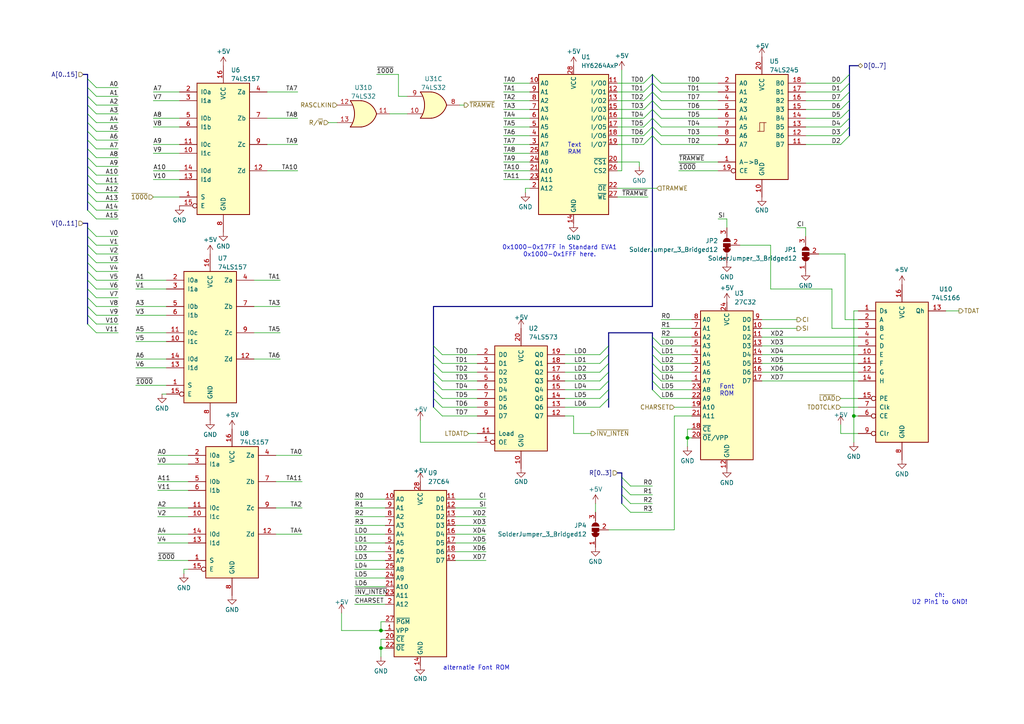
<source format=kicad_sch>
(kicad_sch (version 20231120) (generator "eeschema") (generator_version "8.0")
  (paper "A4")
  (title_block (title "EVA1 (Epson Video Adapter) - Text RAM") (date "2025-01-09") (rev "v0.1") (company "100% Offner") (comment 1 "v0.1: Initial Release"))
  (junction (at 110.49 182.88))
  (junction (at 110.49 187.96))
  (junction (at 199.39 127))
  (junction (at 247.65 120.65))
  (bus_entry (at 25.4 76.2) (size 2.54 2.54))
  (bus_entry (at 25.4 25.4) (size 2.54 2.54))
  (bus_entry (at 176.53 110.49) (size -2.54 2.54))
  (bus_entry (at 176.53 113.03) (size -2.54 2.54))
  (bus_entry (at 25.4 27.94) (size 2.54 2.54))
  (bus_entry (at 176.53 100.33) (size -2.54 2.54))
  (bus_entry (at 189.23 34.29) (size -2.54 2.54))
  (bus_entry (at 125.73 115.57) (size 2.54 2.54))
  (bus_entry (at 125.73 110.49) (size 2.54 2.54))
  (bus_entry (at 25.4 40.64) (size 2.54 2.54))
  (bus_entry (at 189.23 39.37) (size -2.54 2.54))
  (bus_entry (at 180.34 138.43) (size 2.54 2.54))
  (bus_entry (at 176.53 102.87) (size -2.54 2.54))
  (bus_entry (at 25.4 88.9) (size 2.54 2.54))
  (bus_entry (at 25.4 71.12) (size 2.54 2.54))
  (bus_entry (at 25.4 73.66) (size 2.54 2.54))
  (bus_entry (at 189.23 31.75) (size -2.54 2.54))
  (bus_entry (at 180.34 143.51) (size 2.54 2.54))
  (bus_entry (at 189.23 100.33) (size 2.54 2.54))
  (bus_entry (at 189.23 24.13) (size -2.54 2.54))
  (bus_entry (at 25.4 58.42) (size 2.54 2.54))
  (bus_entry (at 189.23 21.59) (size 2.54 2.54))
  (bus_entry (at 25.4 38.1) (size 2.54 2.54))
  (bus_entry (at 189.23 107.95) (size 2.54 2.54))
  (bus_entry (at 189.23 39.37) (size 2.54 2.54))
  (bus_entry (at 189.23 21.59) (size -2.54 2.54))
  (bus_entry (at 25.4 86.36) (size 2.54 2.54))
  (bus_entry (at 25.4 33.02) (size 2.54 2.54))
  (bus_entry (at 189.23 105.41) (size 2.54 2.54))
  (bus_entry (at 125.73 105.41) (size 2.54 2.54))
  (bus_entry (at 125.73 118.11) (size 2.54 2.54))
  (bus_entry (at 189.23 31.75) (size 2.54 2.54))
  (bus_entry (at 246.38 26.67) (size -2.54 2.54))
  (bus_entry (at 25.4 81.28) (size 2.54 2.54))
  (bus_entry (at 25.4 68.58) (size 2.54 2.54))
  (bus_entry (at 246.38 39.37) (size -2.54 2.54))
  (bus_entry (at 189.23 110.49) (size 2.54 2.54))
  (bus_entry (at 25.4 43.18) (size 2.54 2.54))
  (bus_entry (at 189.23 34.29) (size 2.54 2.54))
  (bus_entry (at 189.23 26.67) (size -2.54 2.54))
  (bus_entry (at 25.4 35.56) (size 2.54 2.54))
  (bus_entry (at 176.53 107.95) (size -2.54 2.54))
  (bus_entry (at 25.4 93.98) (size 2.54 2.54))
  (bus_entry (at 189.23 29.21) (size 2.54 2.54))
  (bus_entry (at 189.23 36.83) (size -2.54 2.54))
  (bus_entry (at 25.4 55.88) (size 2.54 2.54))
  (bus_entry (at 25.4 60.96) (size 2.54 2.54))
  (bus_entry (at 246.38 29.21) (size -2.54 2.54))
  (bus_entry (at 180.34 146.05) (size 2.54 2.54))
  (bus_entry (at 189.23 36.83) (size 2.54 2.54))
  (bus_entry (at 25.4 66.04) (size 2.54 2.54))
  (bus_entry (at 125.73 113.03) (size 2.54 2.54))
  (bus_entry (at 180.34 140.97) (size 2.54 2.54))
  (bus_entry (at 25.4 83.82) (size 2.54 2.54))
  (bus_entry (at 189.23 26.67) (size 2.54 2.54))
  (bus_entry (at 246.38 36.83) (size -2.54 2.54))
  (bus_entry (at 189.23 102.87) (size 2.54 2.54))
  (bus_entry (at 189.23 29.21) (size -2.54 2.54))
  (bus_entry (at 189.23 113.03) (size 2.54 2.54))
  (bus_entry (at 125.73 107.95) (size 2.54 2.54))
  (bus_entry (at 189.23 24.13) (size 2.54 2.54))
  (bus_entry (at 189.23 97.79) (size 2.54 2.54))
  (bus_entry (at 176.53 105.41) (size -2.54 2.54))
  (bus_entry (at 25.4 48.26) (size 2.54 2.54))
  (bus_entry (at 125.73 102.87) (size 2.54 2.54))
  (bus_entry (at 25.4 50.8) (size 2.54 2.54))
  (bus_entry (at 176.53 115.57) (size -2.54 2.54))
  (bus_entry (at 25.4 22.86) (size 2.54 2.54))
  (bus_entry (at 246.38 34.29) (size -2.54 2.54))
  (bus_entry (at 25.4 78.74) (size 2.54 2.54))
  (bus_entry (at 25.4 53.34) (size 2.54 2.54))
  (bus_entry (at 25.4 91.44) (size 2.54 2.54))
  (bus_entry (at 125.73 100.33) (size 2.54 2.54))
  (bus_entry (at 25.4 30.48) (size 2.54 2.54))
  (bus_entry (at 246.38 24.13) (size -2.54 2.54))
  (bus_entry (at 246.38 21.59) (size -2.54 2.54))
  (bus_entry (at 25.4 45.72) (size 2.54 2.54))
  (bus_entry (at 246.38 31.75) (size -2.54 2.54))
  (bus (pts (xy 125.73 88.9) (xy 125.73 100.33)))
  (bus (pts (xy 25.4 40.64) (xy 25.4 43.18)))
  (wire (pts (xy 39.37 104.14) (xy 48.26 104.14)))
  (wire (pts (xy 102.87 160.02) (xy 111.76 160.02)))
  (wire (pts (xy 27.94 78.74) (xy 34.29 78.74)))
  (wire (pts (xy 111.76 180.34) (xy 110.49 180.34)))
  (wire (pts (xy 110.49 185.42) (xy 110.49 187.96)))
  (wire (pts (xy 163.83 110.49) (xy 173.99 110.49)))
  (bus (pts (xy 125.73 102.87) (xy 125.73 105.41)))
  (wire (pts (xy 110.49 187.96) (xy 111.76 187.96)))
  (wire (pts (xy 233.68 41.91) (xy 243.84 41.91)))
  (wire (pts (xy 128.27 105.41) (xy 138.43 105.41)))
  (wire (pts (xy 138.43 128.27) (xy 121.92 128.27)))
  (wire (pts (xy 27.94 50.8) (xy 34.29 50.8)))
  (wire (pts (xy 99.06 177.8) (xy 99.06 182.88)))
  (wire (pts (xy 247.65 120.65) (xy 247.65 128.27)))
  (wire (pts (xy 44.45 34.29) (xy 52.07 34.29)))
  (wire (pts (xy 113.03 33.02) (xy 118.11 33.02)))
  (bus (pts (xy 25.4 66.04) (xy 25.4 68.58)))
  (wire (pts (xy 245.11 73.66) (xy 237.49 73.66)))
  (bus (pts (xy 189.23 113.03) (xy 189.23 110.49)))
  (wire (pts (xy 220.98 102.87) (xy 248.92 102.87)))
  (wire (pts (xy 45.72 149.86) (xy 54.61 149.86)))
  (wire (pts (xy 186.69 36.83) (xy 179.07 36.83)))
  (wire (pts (xy 80.01 139.7) (xy 87.63 139.7)))
  (bus (pts (xy 189.23 24.13) (xy 189.23 26.67)))
  (bus (pts (xy 180.34 137.16) (xy 180.34 138.43)))
  (wire (pts (xy 146.05 29.21) (xy 153.67 29.21)))
  (wire (pts (xy 243.84 115.57) (xy 248.92 115.57)))
  (bus (pts (xy 25.4 71.12) (xy 25.4 73.66)))
  (bus (pts (xy 246.38 34.29) (xy 246.38 36.83)))
  (bus (pts (xy 179.07 137.16) (xy 180.34 137.16)))
  (wire (pts (xy 247.65 90.17) (xy 247.65 120.65)))
  (wire (pts (xy 191.77 39.37) (xy 208.28 39.37)))
  (wire (pts (xy 248.92 92.71) (xy 245.11 92.71)))
  (wire (pts (xy 200.66 124.46) (xy 199.39 124.46)))
  (bus (pts (xy 246.38 26.67) (xy 246.38 29.21)))
  (wire (pts (xy 146.05 24.13) (xy 153.67 24.13)))
  (wire (pts (xy 146.05 46.99) (xy 153.67 46.99)))
  (wire (pts (xy 27.94 91.44) (xy 34.29 91.44)))
  (wire (pts (xy 199.39 127) (xy 199.39 129.54)))
  (wire (pts (xy 128.27 115.57) (xy 138.43 115.57)))
  (wire (pts (xy 73.66 104.14) (xy 81.28 104.14)))
  (wire (pts (xy 39.37 96.52) (xy 48.26 96.52)))
  (wire (pts (xy 186.69 39.37) (xy 179.07 39.37)))
  (wire (pts (xy 163.83 102.87) (xy 173.99 102.87)))
  (wire (pts (xy 191.77 34.29) (xy 208.28 34.29)))
  (bus (pts (xy 25.4 33.02) (xy 25.4 35.56)))
  (wire (pts (xy 44.45 36.83) (xy 52.07 36.83)))
  (bus (pts (xy 25.4 88.9) (xy 25.4 91.44)))
  (bus (pts (xy 176.53 113.03) (xy 176.53 115.57)))
  (wire (pts (xy 128.27 102.87) (xy 138.43 102.87)))
  (wire (pts (xy 243.84 125.73) (xy 248.92 125.73)))
  (wire (pts (xy 182.88 148.59) (xy 189.23 148.59)))
  (bus (pts (xy 125.73 105.41) (xy 125.73 107.95)))
  (wire (pts (xy 248.92 90.17) (xy 247.65 90.17)))
  (wire (pts (xy 191.77 102.87) (xy 200.66 102.87)))
  (bus (pts (xy 25.4 68.58) (xy 25.4 71.12)))
  (wire (pts (xy 146.05 31.75) (xy 153.67 31.75)))
  (bus (pts (xy 24.13 64.77) (xy 25.4 64.77)))
  (wire (pts (xy 102.87 154.94) (xy 111.76 154.94)))
  (bus (pts (xy 25.4 86.36) (xy 25.4 88.9)))
  (wire (pts (xy 191.77 107.95) (xy 200.66 107.95)))
  (wire (pts (xy 186.69 31.75) (xy 179.07 31.75)))
  (wire (pts (xy 102.87 172.72) (xy 111.76 172.72)))
  (wire (pts (xy 191.77 24.13) (xy 208.28 24.13)))
  (wire (pts (xy 195.58 118.11) (xy 200.66 118.11)))
  (wire (pts (xy 73.66 88.9) (xy 81.28 88.9)))
  (wire (pts (xy 233.68 29.21) (xy 243.84 29.21)))
  (wire (pts (xy 220.98 100.33) (xy 248.92 100.33)))
  (bus (pts (xy 25.4 58.42) (xy 25.4 60.96)))
  (wire (pts (xy 186.69 26.67) (xy 179.07 26.67)))
  (wire (pts (xy 132.08 157.48) (xy 140.97 157.48)))
  (wire (pts (xy 146.05 49.53) (xy 153.67 49.53)))
  (bus (pts (xy 25.4 25.4) (xy 25.4 27.94)))
  (wire (pts (xy 77.47 49.53) (xy 86.36 49.53)))
  (wire (pts (xy 45.72 139.7) (xy 54.61 139.7)))
  (wire (pts (xy 245.11 92.71) (xy 245.11 73.66)))
  (wire (pts (xy 132.08 162.56) (xy 140.97 162.56)))
  (wire (pts (xy 199.39 124.46) (xy 199.39 127)))
  (wire (pts (xy 80.01 154.94) (xy 87.63 154.94)))
  (wire (pts (xy 196.85 46.99) (xy 208.28 46.99)))
  (wire (pts (xy 179.07 46.99) (xy 185.42 46.99)))
  (wire (pts (xy 128.27 113.03) (xy 138.43 113.03)))
  (wire (pts (xy 27.94 60.96) (xy 34.29 60.96)))
  (wire (pts (xy 191.77 26.67) (xy 208.28 26.67)))
  (wire (pts (xy 223.52 71.12) (xy 214.63 71.12)))
  (bus (pts (xy 189.23 110.49) (xy 189.23 107.95)))
  (wire (pts (xy 102.87 149.86) (xy 111.76 149.86)))
  (bus (pts (xy 189.23 26.67) (xy 189.23 29.21)))
  (bus (pts (xy 189.23 105.41) (xy 189.23 102.87)))
  (wire (pts (xy 243.84 123.19) (xy 243.84 125.73)))
  (bus (pts (xy 189.23 29.21) (xy 189.23 31.75)))
  (bus (pts (xy 246.38 36.83) (xy 246.38 39.37)))
  (wire (pts (xy 73.66 96.52) (xy 81.28 96.52)))
  (wire (pts (xy 163.83 118.11) (xy 173.99 118.11)))
  (bus (pts (xy 189.23 100.33) (xy 189.23 97.79)))
  (bus (pts (xy 25.4 27.94) (xy 25.4 30.48)))
  (wire (pts (xy 27.94 88.9) (xy 34.29 88.9)))
  (wire (pts (xy 274.32 90.17) (xy 278.13 90.17)))
  (wire (pts (xy 146.05 36.83) (xy 153.67 36.83)))
  (wire (pts (xy 27.94 71.12) (xy 34.29 71.12)))
  (wire (pts (xy 146.05 52.07) (xy 153.67 52.07)))
  (wire (pts (xy 231.14 92.71) (xy 220.98 92.71)))
  (bus (pts (xy 248.92 19.05) (xy 246.38 19.05)))
  (wire (pts (xy 44.45 52.07) (xy 52.07 52.07)))
  (wire (pts (xy 27.94 93.98) (xy 34.29 93.98)))
  (wire (pts (xy 166.37 120.65) (xy 163.83 120.65)))
  (wire (pts (xy 191.77 113.03) (xy 200.66 113.03)))
  (wire (pts (xy 187.96 57.15) (xy 179.07 57.15)))
  (wire (pts (xy 134.62 30.48) (xy 133.35 30.48)))
  (bus (pts (xy 125.73 100.33) (xy 125.73 102.87)))
  (bus (pts (xy 25.4 91.44) (xy 25.4 93.98)))
  (wire (pts (xy 195.58 120.65) (xy 195.58 153.67)))
  (wire (pts (xy 109.22 21.59) (xy 115.57 21.59)))
  (bus (pts (xy 246.38 21.59) (xy 246.38 24.13)))
  (wire (pts (xy 110.49 187.96) (xy 110.49 190.5)))
  (wire (pts (xy 27.94 81.28) (xy 34.29 81.28)))
  (wire (pts (xy 135.89 125.73) (xy 138.43 125.73)))
  (wire (pts (xy 146.05 41.91) (xy 153.67 41.91)))
  (wire (pts (xy 39.37 99.06) (xy 48.26 99.06)))
  (wire (pts (xy 102.87 167.64) (xy 111.76 167.64)))
  (bus (pts (xy 25.4 83.82) (xy 25.4 86.36)))
  (bus (pts (xy 189.23 88.9) (xy 125.73 88.9)))
  (bus (pts (xy 25.4 73.66) (xy 25.4 76.2)))
  (wire (pts (xy 233.68 36.83) (xy 243.84 36.83)))
  (bus (pts (xy 25.4 53.34) (xy 25.4 55.88)))
  (bus (pts (xy 180.34 138.43) (xy 180.34 140.97)))
  (wire (pts (xy 220.98 97.79) (xy 248.92 97.79)))
  (wire (pts (xy 27.94 68.58) (xy 34.29 68.58)))
  (wire (pts (xy 243.84 118.11) (xy 248.92 118.11)))
  (bus (pts (xy 246.38 31.75) (xy 246.38 34.29)))
  (wire (pts (xy 200.66 120.65) (xy 195.58 120.65)))
  (wire (pts (xy 45.72 132.08) (xy 54.61 132.08)))
  (wire (pts (xy 27.94 55.88) (xy 34.29 55.88)))
  (wire (pts (xy 153.67 54.61) (xy 152.4 54.61)))
  (wire (pts (xy 241.3 83.82) (xy 241.3 95.25)))
  (bus (pts (xy 189.23 34.29) (xy 189.23 36.83)))
  (wire (pts (xy 146.05 44.45) (xy 153.67 44.45)))
  (wire (pts (xy 27.94 38.1) (xy 34.29 38.1)))
  (wire (pts (xy 102.87 162.56) (xy 111.76 162.56)))
  (wire (pts (xy 27.94 63.5) (xy 34.29 63.5)))
  (wire (pts (xy 231.14 66.04) (xy 233.68 66.04)))
  (wire (pts (xy 233.68 24.13) (xy 243.84 24.13)))
  (bus (pts (xy 189.23 39.37) (xy 189.23 88.9)))
  (wire (pts (xy 191.77 110.49) (xy 200.66 110.49)))
  (wire (pts (xy 220.98 107.95) (xy 248.92 107.95)))
  (bus (pts (xy 176.53 115.57) (xy 176.53 118.11)))
  (bus (pts (xy 189.23 36.83) (xy 189.23 39.37)))
  (wire (pts (xy 102.87 157.48) (xy 111.76 157.48)))
  (bus (pts (xy 25.4 45.72) (xy 25.4 48.26)))
  (bus (pts (xy 25.4 50.8) (xy 25.4 53.34)))
  (wire (pts (xy 231.14 95.25) (xy 220.98 95.25)))
  (wire (pts (xy 27.94 83.82) (xy 34.29 83.82)))
  (wire (pts (xy 210.82 66.04) (xy 210.82 63.5)))
  (wire (pts (xy 39.37 91.44) (xy 48.26 91.44)))
  (wire (pts (xy 44.45 26.67) (xy 52.07 26.67)))
  (wire (pts (xy 186.69 29.21) (xy 179.07 29.21)))
  (wire (pts (xy 45.72 134.62) (xy 54.61 134.62)))
  (wire (pts (xy 146.05 34.29) (xy 153.67 34.29)))
  (wire (pts (xy 176.53 153.67) (xy 195.58 153.67)))
  (bus (pts (xy 25.4 64.77) (xy 25.4 66.04)))
  (bus (pts (xy 180.34 140.97) (xy 180.34 143.51)))
  (wire (pts (xy 191.77 41.91) (xy 208.28 41.91)))
  (wire (pts (xy 44.45 44.45) (xy 52.07 44.45)))
  (wire (pts (xy 128.27 120.65) (xy 138.43 120.65)))
  (wire (pts (xy 77.47 41.91) (xy 86.36 41.91)))
  (wire (pts (xy 44.45 41.91) (xy 52.07 41.91)))
  (wire (pts (xy 27.94 35.56) (xy 34.29 35.56)))
  (wire (pts (xy 199.39 127) (xy 200.66 127)))
  (bus (pts (xy 189.23 107.95) (xy 189.23 105.41)))
  (bus (pts (xy 176.53 110.49) (xy 176.53 113.03)))
  (wire (pts (xy 27.94 96.52) (xy 34.29 96.52)))
  (wire (pts (xy 241.3 95.25) (xy 248.92 95.25)))
  (wire (pts (xy 166.37 125.73) (xy 166.37 120.65)))
  (wire (pts (xy 179.07 49.53) (xy 180.34 49.53)))
  (wire (pts (xy 39.37 111.76) (xy 48.26 111.76)))
  (wire (pts (xy 118.11 27.94) (xy 115.57 27.94)))
  (wire (pts (xy 102.87 165.1) (xy 111.76 165.1)))
  (wire (pts (xy 182.88 146.05) (xy 189.23 146.05)))
  (wire (pts (xy 172.72 148.59) (xy 172.72 146.05)))
  (wire (pts (xy 152.4 54.61) (xy 152.4 55.88)))
  (wire (pts (xy 102.87 152.4) (xy 111.76 152.4)))
  (bus (pts (xy 25.4 43.18) (xy 25.4 45.72)))
  (wire (pts (xy 27.94 48.26) (xy 34.29 48.26)))
  (bus (pts (xy 176.53 105.41) (xy 176.53 107.95)))
  (wire (pts (xy 128.27 110.49) (xy 138.43 110.49)))
  (wire (pts (xy 73.66 81.28) (xy 81.28 81.28)))
  (wire (pts (xy 44.45 49.53) (xy 52.07 49.53)))
  (wire (pts (xy 166.37 125.73) (xy 171.45 125.73)))
  (wire (pts (xy 102.87 175.26) (xy 111.76 175.26)))
  (wire (pts (xy 27.94 58.42) (xy 34.29 58.42)))
  (bus (pts (xy 176.53 107.95) (xy 176.53 110.49)))
  (wire (pts (xy 191.77 92.71) (xy 200.66 92.71)))
  (bus (pts (xy 25.4 22.86) (xy 25.4 25.4)))
  (wire (pts (xy 27.94 45.72) (xy 34.29 45.72)))
  (wire (pts (xy 27.94 43.18) (xy 34.29 43.18)))
  (wire (pts (xy 220.98 105.41) (xy 248.92 105.41)))
  (wire (pts (xy 179.07 54.61) (xy 190.5 54.61)))
  (wire (pts (xy 45.72 142.24) (xy 54.61 142.24)))
  (wire (pts (xy 186.69 24.13) (xy 179.07 24.13)))
  (bus (pts (xy 189.23 21.59) (xy 189.23 24.13)))
  (wire (pts (xy 77.47 34.29) (xy 86.36 34.29)))
  (wire (pts (xy 132.08 154.94) (xy 140.97 154.94)))
  (wire (pts (xy 186.69 41.91) (xy 179.07 41.91)))
  (wire (pts (xy 223.52 83.82) (xy 241.3 83.82)))
  (wire (pts (xy 44.45 57.15) (xy 52.07 57.15)))
  (wire (pts (xy 233.68 31.75) (xy 243.84 31.75)))
  (wire (pts (xy 132.08 160.02) (xy 140.97 160.02)))
  (wire (pts (xy 163.83 113.03) (xy 173.99 113.03)))
  (wire (pts (xy 223.52 71.12) (xy 223.52 83.82)))
  (wire (pts (xy 208.28 63.5) (xy 210.82 63.5)))
  (bus (pts (xy 25.4 30.48) (xy 25.4 33.02)))
  (wire (pts (xy 233.68 26.67) (xy 243.84 26.67)))
  (bus (pts (xy 176.53 96.52) (xy 189.23 96.52)))
  (bus (pts (xy 189.23 31.75) (xy 189.23 34.29)))
  (wire (pts (xy 102.87 147.32) (xy 111.76 147.32)))
  (bus (pts (xy 25.4 38.1) (xy 25.4 40.64)))
  (wire (pts (xy 180.34 20.32) (xy 180.34 49.53)))
  (wire (pts (xy 220.98 110.49) (xy 248.92 110.49)))
  (wire (pts (xy 121.92 121.92) (xy 121.92 128.27)))
  (wire (pts (xy 27.94 30.48) (xy 34.29 30.48)))
  (wire (pts (xy 46.99 114.3) (xy 48.26 114.3)))
  (wire (pts (xy 77.47 26.67) (xy 86.36 26.67)))
  (bus (pts (xy 176.53 100.33) (xy 176.53 102.87)))
  (wire (pts (xy 45.72 157.48) (xy 54.61 157.48)))
  (wire (pts (xy 110.49 182.88) (xy 99.06 182.88)))
  (wire (pts (xy 128.27 118.11) (xy 138.43 118.11)))
  (wire (pts (xy 110.49 180.34) (xy 110.49 182.88)))
  (wire (pts (xy 132.08 152.4) (xy 140.97 152.4)))
  (wire (pts (xy 53.34 165.1) (xy 53.34 166.37)))
  (wire (pts (xy 111.76 182.88) (xy 110.49 182.88)))
  (bus (pts (xy 246.38 19.05) (xy 246.38 21.59)))
  (bus (pts (xy 25.4 78.74) (xy 25.4 81.28)))
  (wire (pts (xy 27.94 25.4) (xy 34.29 25.4)))
  (bus (pts (xy 176.53 102.87) (xy 176.53 105.41)))
  (wire (pts (xy 102.87 170.18) (xy 111.76 170.18)))
  (bus (pts (xy 25.4 76.2) (xy 25.4 78.74)))
  (bus (pts (xy 176.53 96.52) (xy 176.53 100.33)))
  (wire (pts (xy 44.45 29.21) (xy 52.07 29.21)))
  (bus (pts (xy 25.4 55.88) (xy 25.4 58.42)))
  (wire (pts (xy 233.68 39.37) (xy 243.84 39.37)))
  (wire (pts (xy 27.94 40.64) (xy 34.29 40.64)))
  (wire (pts (xy 115.57 27.94) (xy 115.57 21.59)))
  (bus (pts (xy 125.73 110.49) (xy 125.73 113.03)))
  (wire (pts (xy 132.08 147.32) (xy 140.97 147.32)))
  (wire (pts (xy 45.72 162.56) (xy 54.61 162.56)))
  (wire (pts (xy 132.08 144.78) (xy 140.97 144.78)))
  (wire (pts (xy 191.77 97.79) (xy 200.66 97.79)))
  (wire (pts (xy 163.83 115.57) (xy 173.99 115.57)))
  (wire (pts (xy 53.34 165.1) (xy 54.61 165.1)))
  (wire (pts (xy 27.94 27.94) (xy 34.29 27.94)))
  (bus (pts (xy 180.34 143.51) (xy 180.34 146.05)))
  (wire (pts (xy 191.77 31.75) (xy 208.28 31.75)))
  (bus (pts (xy 246.38 24.13) (xy 246.38 26.67)))
  (bus (pts (xy 189.23 97.79) (xy 189.23 96.52)))
  (wire (pts (xy 39.37 106.68) (xy 48.26 106.68)))
  (wire (pts (xy 27.94 53.34) (xy 34.29 53.34)))
  (wire (pts (xy 182.88 143.51) (xy 189.23 143.51)))
  (wire (pts (xy 27.94 33.02) (xy 34.29 33.02)))
  (bus (pts (xy 125.73 107.95) (xy 125.73 110.49)))
  (wire (pts (xy 95.25 35.56) (xy 97.79 35.56)))
  (wire (pts (xy 233.68 34.29) (xy 243.84 34.29)))
  (bus (pts (xy 125.73 115.57) (xy 125.73 118.11)))
  (bus (pts (xy 25.4 21.59) (xy 25.4 22.86)))
  (wire (pts (xy 146.05 39.37) (xy 153.67 39.37)))
  (wire (pts (xy 196.85 49.53) (xy 208.28 49.53)))
  (wire (pts (xy 39.37 83.82) (xy 48.26 83.82)))
  (bus (pts (xy 189.23 102.87) (xy 189.23 100.33)))
  (wire (pts (xy 111.76 185.42) (xy 110.49 185.42)))
  (wire (pts (xy 185.42 46.99) (xy 185.42 48.26)))
  (bus (pts (xy 246.38 29.21) (xy 246.38 31.75)))
  (wire (pts (xy 27.94 86.36) (xy 34.29 86.36)))
  (wire (pts (xy 163.83 107.95) (xy 173.99 107.95)))
  (wire (pts (xy 191.77 115.57) (xy 200.66 115.57)))
  (bus (pts (xy 24.13 21.59) (xy 25.4 21.59)))
  (wire (pts (xy 39.37 81.28) (xy 48.26 81.28)))
  (wire (pts (xy 186.69 34.29) (xy 179.07 34.29)))
  (bus (pts (xy 25.4 48.26) (xy 25.4 50.8)))
  (wire (pts (xy 45.72 147.32) (xy 54.61 147.32)))
  (wire (pts (xy 45.72 154.94) (xy 54.61 154.94)))
  (wire (pts (xy 191.77 100.33) (xy 200.66 100.33)))
  (wire (pts (xy 27.94 73.66) (xy 34.29 73.66)))
  (wire (pts (xy 247.65 120.65) (xy 248.92 120.65)))
  (wire (pts (xy 233.68 68.58) (xy 233.68 66.04)))
  (wire (pts (xy 191.77 105.41) (xy 200.66 105.41)))
  (wire (pts (xy 191.77 29.21) (xy 208.28 29.21)))
  (wire (pts (xy 80.01 132.08) (xy 87.63 132.08)))
  (wire (pts (xy 102.87 144.78) (xy 111.76 144.78)))
  (wire (pts (xy 163.83 105.41) (xy 173.99 105.41)))
  (wire (pts (xy 182.88 140.97) (xy 189.23 140.97)))
  (wire (pts (xy 191.77 95.25) (xy 200.66 95.25)))
  (wire (pts (xy 146.05 26.67) (xy 153.67 26.67)))
  (wire (pts (xy 128.27 107.95) (xy 138.43 107.95)))
  (bus (pts (xy 25.4 81.28) (xy 25.4 83.82)))
  (wire (pts (xy 80.01 147.32) (xy 87.63 147.32)))
  (wire (pts (xy 27.94 76.2) (xy 34.29 76.2)))
  (wire (pts (xy 191.77 36.83) (xy 208.28 36.83)))
  (wire (pts (xy 132.08 149.86) (xy 140.97 149.86)))
  (wire (pts (xy 39.37 88.9) (xy 48.26 88.9)))
  (bus (pts (xy 25.4 35.56) (xy 25.4 38.1)))
  (bus (pts (xy 125.73 113.03) (xy 125.73 115.57)))
  (text "0x1000-0x17FF in Standard EVA1\n0x1000-0x1FFF here." (at 162.306 72.898 0) (effects (font (size 1.27 1.27))))
  (text "ch:\nU2 Pin1 to GND!" (at 272.542 173.736 0) (effects (font (size 1.27 1.27))))
  (text "Font\nROM" (at 210.82 113.284 0) (effects (font (size 1.27 1.27))))
  (text "Text\nRAM" (at 166.624 43.18 0) (effects (font (size 1.27 1.27))))
  (text "alternatie Font ROM" (at 138.176 193.802 0) (effects (font (size 1.27 1.27))))
  (label "A8" (at 34.29 45.72 180))
  (label "A10" (at 34.29 50.8 180))
  (label "TA1" (at 146.05 26.67 0))
  (label "XD6" (at 140.97 160.02 180))
  (label "TA4" (at 87.63 154.94 180))
  (label "~{INV_INTEN}" (at 102.87 172.72 0))
  (label "V11" (at 45.72 142.24 0))
  (label "R2" (at 189.23 146.05 180))
  (label "A11" (at 45.72 139.7 0))
  (label "R2" (at 191.77 97.79 0))
  (label "XD5" (at 227.33 105.41 180))
  (label "LD5" (at 191.77 113.03 0))
  (label "R3" (at 102.87 152.4 0))
  (label "D6" (at 243.84 31.75 180))
  (label "TD5" (at 199.39 34.29 0))
  (label "TD1" (at 132.08 105.41 0))
  (label "TA7" (at 86.36 26.67 180))
  (label "~{1000}" (at 109.22 21.59 0))
  (label "A9" (at 44.45 41.91 0))
  (label "LD5" (at 102.87 167.64 0))
  (label "A1" (at 39.37 81.28 0))
  (label "XD3" (at 227.33 100.33 180))
  (label "TD6" (at 132.08 118.11 0))
  (label "A11" (at 34.29 53.34 180))
  (label "A5" (at 39.37 96.52 0))
  (label "XD5" (at 140.97 157.48 180))
  (label "D3" (at 243.84 39.37 180))
  (label "XD6" (at 227.33 107.95 180))
  (label "V8" (at 44.45 36.83 0))
  (label "LD6" (at 191.77 115.57 0))
  (label "TD7" (at 132.08 120.65 0))
  (label "TA8" (at 146.05 44.45 0))
  (label "TD6" (at 186.69 39.37 180))
  (label "TA2" (at 87.63 147.32 180))
  (label "LD6" (at 102.87 170.18 0))
  (label "D1" (at 243.84 26.67 180))
  (label "A12" (at 34.29 55.88 180))
  (label "TA3" (at 81.28 88.9 180))
  (label "A0" (at 45.72 132.08 0))
  (label "LD3" (at 191.77 107.95 0))
  (label "TA6" (at 146.05 39.37 0))
  (label "LD1" (at 170.18 105.41 180))
  (label "R0" (at 102.87 144.78 0))
  (label "TA6" (at 81.28 104.14 180))
  (label "TD4" (at 132.08 113.03 0))
  (label "A5" (at 34.29 38.1 180))
  (label "CI" (at 140.97 144.78 180))
  (label "TA5" (at 146.05 36.83 0))
  (label "LD4" (at 170.18 113.03 180))
  (label "LD4" (at 102.87 165.1 0))
  (label "TA0" (at 146.05 24.13 0))
  (label "A10" (at 44.45 49.53 0))
  (label "TA11" (at 146.05 52.07 0))
  (label "V11" (at 34.29 96.52 180))
  (label "TA7" (at 146.05 41.91 0))
  (label "A2" (at 45.72 147.32 0))
  (label "V6" (at 39.37 106.68 0))
  (label "V4" (at 34.29 78.74 180))
  (label "D5" (at 243.84 34.29 180))
  (label "LD0" (at 102.87 154.94 0))
  (label "A4" (at 34.29 35.56 180))
  (label "TA9" (at 86.36 41.91 180))
  (label "LD2" (at 191.77 105.41 0))
  (label "A9" (at 34.29 48.26 180))
  (label "V2" (at 45.72 149.86 0))
  (label "TD0" (at 186.69 24.13 180))
  (label "V5" (at 39.37 99.06 0))
  (label "V9" (at 44.45 44.45 0))
  (label "A3" (at 34.29 33.02 180))
  (label "LD2" (at 102.87 160.02 0))
  (label "R1" (at 102.87 147.32 0))
  (label "SI" (at 140.97 147.32 180))
  (label "R1" (at 189.23 143.51 180))
  (label "TD5" (at 132.08 115.57 0))
  (label "A13" (at 34.29 58.42 180))
  (label "LD1" (at 102.87 157.48 0))
  (label "V1" (at 34.29 71.12 180))
  (label "LD0" (at 191.77 100.33 0))
  (label "LD6" (at 170.18 118.11 180))
  (label "V8" (at 34.29 88.9 180))
  (label "D0" (at 243.84 24.13 180))
  (label "~{1000}" (at 39.37 111.76 0))
  (label "V3" (at 34.29 76.2 180))
  (label "~{TRAMWE}" (at 187.96 57.15 180))
  (label "TA11" (at 87.63 139.7 180))
  (label "LD0" (at 170.18 102.87 180))
  (label "XD7" (at 140.97 162.56 180))
  (label "XD2" (at 227.33 97.79 180))
  (label "R3" (at 189.23 148.59 180))
  (label "TD2" (at 132.08 107.95 0))
  (label "V1" (at 39.37 83.82 0))
  (label "XD7" (at 227.33 110.49 180))
  (label "R1" (at 191.77 95.25 0))
  (label "CI" (at 231.14 66.04 0))
  (label "V9" (at 34.29 91.44 180))
  (label "V7" (at 34.29 86.36 180))
  (label "R2" (at 102.87 149.86 0))
  (label "A4" (at 45.72 154.94 0))
  (label "V0" (at 34.29 68.58 180))
  (label "TD2" (at 199.39 41.91 0))
  (label "A7" (at 44.45 26.67 0))
  (label "SI" (at 208.28 63.5 0))
  (label "D7" (at 243.84 29.21 180))
  (label "XD4" (at 140.97 154.94 180))
  (label "A0" (at 34.29 25.4 180))
  (label "V4" (at 45.72 157.48 0))
  (label "TA3" (at 146.05 31.75 0))
  (label "TA8" (at 86.36 34.29 180))
  (label "TA1" (at 81.28 81.28 180))
  (label "LD3" (at 170.18 110.49 180))
  (label "V3" (at 39.37 91.44 0))
  (label "D4" (at 243.84 36.83 180))
  (label "TA10" (at 146.05 49.53 0))
  (label "D2" (at 243.84 41.91 180))
  (label "TD3" (at 199.39 39.37 0))
  (label "V6" (at 34.29 83.82 180))
  (label "LD4" (at 191.77 110.49 0))
  (label "TD4" (at 186.69 34.29 180))
  (label "TD7" (at 186.69 41.91 180))
  (label "TD4" (at 199.39 36.83 0))
  (label "LD3" (at 102.87 162.56 0))
  (label "R0" (at 189.23 140.97 180))
  (label "V7" (at 44.45 29.21 0))
  (label "TD2" (at 186.69 29.21 180))
  (label "A1" (at 34.29 27.94 180))
  (label "V10" (at 44.45 52.07 0))
  (label "A3" (at 39.37 88.9 0))
  (label "~{TRAMWE}" (at 196.85 46.99 0))
  (label "V10" (at 34.29 93.98 180))
  (label "A15" (at 34.29 63.5 180))
  (label "TD7" (at 199.39 29.21 0))
  (label "LD1" (at 191.77 102.87 0))
  (label "TD1" (at 186.69 26.67 180))
  (label "~{1000}" (at 45.72 162.56 0))
  (label "CHARSET" (at 102.87 175.26 0))
  (label "TA0" (at 87.63 132.08 180))
  (label "TA4" (at 146.05 34.29 0))
  (label "A8" (at 44.45 34.29 0))
  (label "TD3" (at 186.69 31.75 180))
  (label "~{1000}" (at 196.85 49.53 0))
  (label "XD2" (at 140.97 149.86 180))
  (label "A6" (at 34.29 40.64 180))
  (label "XD3" (at 140.97 152.4 180))
  (label "TD0" (at 199.39 24.13 0))
  (label "V0" (at 45.72 134.62 0))
  (label "V5" (at 34.29 81.28 180))
  (label "TA5" (at 81.28 96.52 180))
  (label "TD5" (at 186.69 36.83 180))
  (label "XD4" (at 227.33 102.87 180))
  (label "A14" (at 34.29 60.96 180))
  (label "A6" (at 39.37 104.14 0))
  (label "TA9" (at 146.05 46.99 0))
  (label "TA2" (at 146.05 29.21 0))
  (label "LD5" (at 170.18 115.57 180))
  (label "V2" (at 34.29 73.66 180))
  (label "TD3" (at 132.08 110.49 0))
  (label "A2" (at 34.29 30.48 180))
  (label "TD0" (at 132.08 102.87 0))
  (label "R0" (at 191.77 92.71 0))
  (label "A7" (at 34.29 43.18 180))
  (label "TD1" (at 199.39 26.67 0))
  (label "TD6" (at 199.39 31.75 0))
  (label "LD2" (at 170.18 107.95 180))
  (label "TA10" (at 86.36 49.53 180))
  (hierarchical_label "D[0..7]" (shape bidirectional) (at 248.92 19.05 0))
  (hierarchical_label "~{INV_INTEN}" (shape output) (at 171.45 125.73 0))
  (hierarchical_label "TDOTCLK" (shape input) (at 243.84 118.11 180))
  (hierarchical_label "TDAT" (shape output) (at 278.13 90.17 0))
  (hierarchical_label "R{slash}~{W}" (shape input) (at 95.25 35.56 180))
  (hierarchical_label "RASCLKIN" (shape input) (at 97.79 30.48 180))
  (hierarchical_label "R[0..3]" (shape input) (at 179.07 137.16 180))
  (hierarchical_label "~{TRAMWE}" (shape output) (at 134.62 30.48 0))
  (hierarchical_label "V[0..11]" (shape input) (at 24.13 64.77 180))
  (hierarchical_label "CHARSET" (shape input) (at 195.58 118.11 180))
  (hierarchical_label "A[0..15]" (shape input) (at 24.13 21.59 180))
  (hierarchical_label "CI" (shape output) (at 231.14 92.71 0))
  (hierarchical_label "SI" (shape output) (at 231.14 95.25 0))
  (hierarchical_label "LTDAT" (shape input) (at 135.89 125.73 180))
  (hierarchical_label "~{1000}" (shape input) (at 44.45 57.15 180))
  (hierarchical_label "~{LOAD}" (shape input) (at 243.84 115.57 180))
  (hierarchical_label "TRAMWE" (shape input) (at 190.5 54.61 0))
  (symbol (lib_id "power:+5V") (at 99.06 177.8 0) (unit 1)
    (property "Reference" "#PWR087" (effects (hide yes)))
    (property "Value" "+5V" (at 99.06 174.625 0))
  )
  (symbol (lib_id "power:+5V") (at 60.96 73.66 0) (unit 1)
    (property "Reference" "#PWR036" (effects (hide yes)))
    (property "Value" "+5V" (at 60.96 69.5269 0))
  )
  (symbol (lib_id "power:GND") (at 166.37 64.77 0) (unit 1)
    (property "Reference" "#PWR025" (effects (hide yes)))
    (property "Value" "GND" (at 166.37 68.9031 0))
  )
  (symbol (lib_id "power:GND") (at 121.92 193.04 0) (unit 1)
    (property "Reference" "#PWR077" (effects (hide yes)))
    (property "Value" "GND" (at 121.92 196.85 0))
  )
  (symbol (lib_id "Jumper:SolderJumper_3_Bridged12") (at 172.72 153.67 90) (unit 1) (exclude_from_sim yes) (in_bom no)
    (property "Reference" "JP4" (at 170.18 152.3999 90) (effects (justify left)))
    (property "Value" "SolderJumper_3_Bridged12" (at 170.18 154.9399 90) (effects (justify left)))
    (property "Footprint" "Jumper:SolderJumper-3_P1.3mm_Bridged12_RoundedPad1.0x1.5mm" (effects (hide yes)))
    (property "Description" "3-pole Solder Jumper, pins 1+2 closed/bridged" (effects (hide yes)))
  )
  (symbol (lib_id "74xx:74LS32") (at 105.41 33.02 0) (unit 4)
    (property "Reference" "U31" (at 105.41 25.4 0))
    (property "Value" "74LS32" (at 105.41 27.94 0))
    (property "Footprint" "Package_DIP:DIP-14_W7.62mm" (effects (hide yes)))
    (property "Datasheet" "http://www.ti.com/lit/gpn/sn74LS32" (effects (hide yes)))
    (property "Description" "Quad 2-input OR" (effects (hide yes)))
  )
  (symbol (lib_id "power:GND") (at 53.34 166.37 0) (unit 1)
    (property "Reference" "#PWR033" (effects (hide yes)))
    (property "Value" "GND" (at 53.34 170.5031 0))
  )
  (symbol (lib_id "power:+5V") (at 67.31 124.46 0) (unit 1)
    (property "Reference" "#PWR040" (effects (hide yes)))
    (property "Value" "+5V" (at 67.31 120.3269 0))
  )
  (symbol (lib_id "power:GND") (at 67.31 172.72 0) (unit 1)
    (property "Reference" "#PWR041" (effects (hide yes)))
    (property "Value" "GND" (at 67.31 176.8531 0))
  )
  (symbol (lib_id "power:GND") (at 172.72 158.75 0) (unit 1)
    (property "Reference" "#PWR059" (effects (hide yes)))
    (property "Value" "GND" (at 172.72 162.8831 0))
  )
  (symbol (lib_id "my_ics_new:27C32") (at 210.82 113.03 0) (unit 1)
    (property "Reference" "U3" (at 213.0141 85.09 0) (effects (justify left)))
    (property "Value" "27C32" (at 213.0141 87.63 0) (effects (justify left)))
    (property "Footprint" "Package_DIP:DIP-24_W15.24mm" (effects (hide yes)))
    (property "Description" "OTP EPROM 32 KiBit, [Obsolete 2004-01]" (effects (hide yes)))
  )
  (symbol (lib_id "Memory_EPROM:27C64") (at 121.92 165.1 0) (unit 1)
    (property "Reference" "U9" (at 124.1141 137.16 0) (effects (justify left)))
    (property "Value" "27C64" (at 124.1141 139.7 0) (effects (justify left)))
    (property "Footprint" "Package_DIP:DIP-28_W15.24mm" (effects (hide yes)))
    (property "Datasheet" "http://ww1.microchip.com/downloads/en/DeviceDoc/11107M.pdf" (effects (hide yes)))
    (property "Description" "OTP EPROM 64 KiBit, [Obsolete 2004-01]" (effects (hide yes)))
  )
  (symbol (lib_id "Jumper:SolderJumper_3_Bridged12") (at 233.68 73.66 90) (unit 1) (exclude_from_sim yes) (in_bom no)
    (property "Reference" "JP1" (at 231.14 72.3899 90) (effects (justify left)))
    (property "Value" "SolderJumper_3_Bridged12" (at 231.14 74.9299 90) (effects (justify left)))
    (property "Footprint" "Jumper:SolderJumper-3_P1.3mm_Bridged12_RoundedPad1.0x1.5mm" (effects (hide yes)))
    (property "Description" "3-pole Solder Jumper, pins 1+2 closed/bridged" (effects (hide yes)))
  )
  (symbol (lib_id "Memory_RAM:HY6264AxP") (at 166.37 41.91 0) (unit 1)
    (property "Reference" "U1" (at 168.5641 16.51 0) (effects (justify left)))
    (property "Value" "HY6264AxP" (at 168.5641 19.05 0) (effects (justify left)))
    (property "Footprint" "Package_DIP:DIP-28_W15.24mm" (effects (hide yes)))
    (property "Datasheet" "https://www.farnell.com/datasheets/2159.pdf" (effects (hide yes)))
    (property "Description" "Not in Production, 8Kx8 bit Static RAM, 70/85/100/120/150ns, DIP-28" (effects (hide yes)))
  )
  (symbol (lib_id "power:GND") (at 151.13 135.89 0) (unit 1)
    (property "Reference" "#PWR032" (effects (hide yes)))
    (property "Value" "GND" (at 151.13 139.7 0))
  )
  (symbol (lib_id "power:GND") (at 261.62 133.35 0) (unit 1)
    (property "Reference" "#PWR0145" (effects (hide yes)))
    (property "Value" "GND" (at 261.62 137.4831 0))
  )
  (symbol (lib_id "power:+5V") (at 220.98 16.51 0) (unit 1)
    (property "Reference" "#PWR067" (effects (hide yes)))
    (property "Value" "+5V" (at 220.98 13.335 0))
  )
  (symbol (lib_id "power:GND") (at 152.4 55.88 0) (unit 1)
    (property "Reference" "#PWR073" (effects (hide yes)))
    (property "Value" "GND" (at 152.4 60.0131 0))
  )
  (symbol (lib_id "power:+5V") (at 261.62 82.55 0) (unit 1)
    (property "Reference" "#PWR0144" (effects (hide yes)))
    (property "Value" "+5V" (at 261.366 78.232 0))
  )
  (symbol (lib_id "power:GND") (at 233.68 78.74 0) (unit 1)
    (property "Reference" "#PWR030" (effects (hide yes)))
    (property "Value" "GND" (at 233.68 82.8731 0))
  )
  (symbol (lib_id "power:GND") (at 247.65 128.27 0) (unit 1)
    (property "Reference" "#PWR0116" (effects (hide yes)))
    (property "Value" "GND" (at 247.65 132.4031 0))
  )
  (symbol (lib_id "Jumper:SolderJumper_3_Bridged12") (at 210.82 71.12 90) (unit 1) (exclude_from_sim yes) (in_bom no)
    (property "Reference" "JP2" (at 208.28 69.8499 90) (effects (justify left)))
    (property "Value" "SolderJumper_3_Bridged12" (at 208.28 72.3899 90) (effects (justify left)))
    (property "Footprint" "Jumper:SolderJumper-3_P1.3mm_Bridged12_RoundedPad1.0x1.5mm" (effects (hide yes)))
    (property "Description" "3-pole Solder Jumper, pins 1+2 closed/bridged" (effects (hide yes)))
  )
  (symbol (lib_id "power:GND") (at 185.42 48.26 0) (unit 1)
    (property "Reference" "#PWR071" (effects (hide yes)))
    (property "Value" "GND" (at 185.42 52.3931 0))
  )
  (symbol (lib_id "power:GND") (at 210.82 135.89 0) (unit 1)
    (property "Reference" "#PWR085" (effects (hide yes)))
    (property "Value" "GND" (at 210.82 140.0231 0))
  )
  (symbol (lib_id "power:+5V") (at 166.37 19.05 0) (unit 1)
    (property "Reference" "#PWR035" (effects (hide yes)))
    (property "Value" "+5V" (at 166.37 14.9169 0))
  )
  (symbol (lib_id "power:+5V") (at 243.84 123.19 0) (unit 1)
    (property "Reference" "#PWR0115" (effects (hide yes)))
    (property "Value" "+5V" (at 243.84 120.3269 0))
  )
  (symbol (lib_id "power:GND") (at 46.99 114.3 0) (unit 1)
    (property "Reference" "#PWR027" (effects (hide yes)))
    (property "Value" "GND" (at 46.99 118.4331 0))
  )
  (symbol (lib_id "power:+5V") (at 172.72 146.05 0) (unit 1)
    (property "Reference" "#PWR076" (effects (hide yes)))
    (property "Value" "+5V" (at 172.72 141.9169 0))
  )
  (symbol (lib_id "74xx:74LS245") (at 220.98 36.83 0) (unit 1)
    (property "Reference" "U5" (at 223.1741 17.78 0) (effects (justify left)))
    (property "Value" "74LS245" (at 223.1741 20.32 0) (effects (justify left)))
    (property "Footprint" "Package_DIP:DIP-20_W7.62mm" (effects (hide yes)))
    (property "Datasheet" "http://www.ti.com/lit/gpn/sn74LS245" (effects (hide yes)))
    (property "Description" "Octal BUS Transceivers, 3-State outputs" (effects (hide yes)))
  )
  (symbol (lib_id "power:+5V") (at 121.92 139.7 0) (unit 1)
    (property "Reference" "#PWR078" (effects (hide yes)))
    (property "Value" "+5V" (at 121.92 136.525 0))
  )
  (symbol (lib_id "power:GND") (at 60.96 121.92 0) (unit 1)
    (property "Reference" "#PWR037" (effects (hide yes)))
    (property "Value" "GND" (at 60.96 126.0531 0))
  )
  (symbol (lib_id "74xx:74LS32") (at 125.73 30.48 0) (unit 3)
    (property "Reference" "U31" (at 125.73 22.86 0))
    (property "Value" "74LS32" (at 125.73 25.4 0))
    (property "Footprint" "Package_DIP:DIP-14_W7.62mm" (effects (hide yes)))
    (property "Datasheet" "http://www.ti.com/lit/gpn/sn74LS32" (effects (hide yes)))
    (property "Description" "Quad 2-input OR" (effects (hide yes)))
  )
  (symbol (lib_id "power:+5V") (at 121.92 121.92 0) (unit 1)
    (property "Reference" "#PWR070" (effects (hide yes)))
    (property "Value" "+5V" (at 121.92 118.745 0))
  )
  (symbol (lib_id "power:GND") (at 52.07 59.69 0) (unit 1)
    (property "Reference" "#PWR028" (effects (hide yes)))
    (property "Value" "GND" (at 52.07 63.8231 0))
  )
  (symbol (lib_id "power:GND") (at 199.39 129.54 0) (unit 1)
    (property "Reference" "#PWR066" (effects (hide yes)))
    (property "Value" "GND" (at 199.39 133.6731 0))
  )
  (symbol (lib_id "74xx:74LS157") (at 60.96 96.52 0) (unit 1)
    (property "Reference" "U7" (at 63.1541 74.93 0) (effects (justify left)))
    (property "Value" "74LS157" (at 63.1541 77.47 0) (effects (justify left)))
    (property "Footprint" "Package_DIP:DIP-16_W7.62mm" (effects (hide yes)))
    (property "Datasheet" "http://www.ti.com/lit/gpn/sn74LS157" (effects (hide yes)))
    (property "Description" "Quad 2 to 1 line Multiplexer" (effects (hide yes)))
  )
  (symbol (lib_id "74xx:74LS157") (at 64.77 41.91 0) (unit 1)
    (property "Reference" "U6" (at 66.9641 20.32 0) (effects (justify left)))
    (property "Value" "74LS157" (at 66.9641 22.86 0) (effects (justify left)))
    (property "Footprint" "Package_DIP:DIP-16_W7.62mm" (effects (hide yes)))
    (property "Datasheet" "http://www.ti.com/lit/gpn/sn74LS157" (effects (hide yes)))
    (property "Description" "Quad 2 to 1 line Multiplexer" (effects (hide yes)))
  )
  (symbol (lib_id "power:+5V") (at 151.13 95.25 0) (unit 1)
    (property "Reference" "#PWR031" (effects (hide yes)))
    (property "Value" "+5V" (at 151.13 92.075 0))
  )
  (symbol (lib_id "power:GND") (at 110.49 190.5 0) (unit 1)
    (property "Reference" "#PWR086" (effects (hide yes)))
    (property "Value" "GND" (at 110.49 194.6331 0))
  )
  (symbol (lib_id "power:+5V") (at 210.82 87.63 0) (unit 1)
    (property "Reference" "#PWR084" (effects (hide yes)))
    (property "Value" "+5V" (at 210.82 83.4969 0))
  )
  (symbol (lib_id "power:+5V") (at 64.77 19.05 0) (unit 1)
    (property "Reference" "#PWR038" (effects (hide yes)))
    (property "Value" "+5V" (at 64.77 14.9169 0))
  )
  (symbol (lib_id "power:GND") (at 210.82 76.2 0) (unit 1)
    (property "Reference" "#PWR074" (effects (hide yes)))
    (property "Value" "GND" (at 210.82 80.3331 0))
  )
  (symbol (lib_id "74xx:74LS573") (at 151.13 115.57 0) (unit 1)
    (property "Reference" "U2" (at 153.3241 95.25 0) (effects (justify left)))
    (property "Value" "74LS573" (at 153.3241 97.79 0) (effects (justify left)))
    (property "Footprint" "Package_DIP:DIP-20_W7.62mm" (effects (hide yes)))
    (property "Datasheet" "74xx/74hc573.pdf" (effects (hide yes)))
    (property "Description" "8-bit Latch 3-state outputs" (effects (hide yes)))
  )
  (symbol (lib_id "power:GND") (at 64.77 67.31 0) (unit 1)
    (property "Reference" "#PWR039" (effects (hide yes)))
    (property "Value" "GND" (at 64.77 71.4431 0))
  )
  (symbol (lib_id "74xx:74LS157") (at 67.31 147.32 0) (unit 1)
    (property "Reference" "U8" (at 69.5041 125.73 0) (effects (justify left)))
    (property "Value" "74LS157" (at 69.5041 128.27 0) (effects (justify left)))
    (property "Footprint" "Package_DIP:DIP-16_W7.62mm" (effects (hide yes)))
    (property "Datasheet" "http://www.ti.com/lit/gpn/sn74LS157" (effects (hide yes)))
    (property "Description" "Quad 2 to 1 line Multiplexer" (effects (hide yes)))
  )
  (symbol (lib_id "74xx:74LS166") (at 261.62 107.95 0) (unit 1)
    (property "Reference" "U10" (at 274.32 83.8514 0))
    (property "Value" "74LS166" (at 274.32 86.3914 0))
    (property "Footprint" "Package_DIP:DIP-16_W7.62mm" (effects (hide yes)))
    (property "Datasheet" "http://www.ti.com/lit/gpn/sn74LS166" (effects (hide yes)))
    (property "Description" "Shift Register 8-bit, parallel load" (effects (hide yes)))
  )
  (symbol (lib_id "power:+5V") (at 180.34 20.32 0) (unit 1)
    (property "Reference" "#PWR072" (effects (hide yes)))
    (property "Value" "+5V" (at 180.34 16.1869 0))
  )
  (symbol (lib_id "power:GND") (at 220.98 57.15 0) (unit 1)
    (property "Reference" "#PWR080" (effects (hide yes)))
    (property "Value" "GND" (at 220.98 60.96 0))
  )
)
</source>
